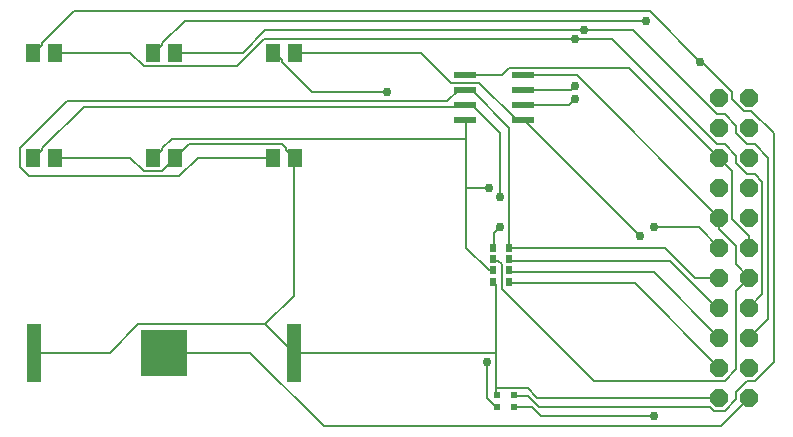
<source format=gbr>
G04 EAGLE Gerber RS-274X export*
G75*
%MOMM*%
%FSLAX34Y34*%
%LPD*%
%INTop Copper*%
%IPPOS*%
%AMOC8*
5,1,8,0,0,1.08239X$1,22.5*%
G01*
%ADD10P,1.649562X8X112.500000*%
%ADD11P,1.649562X8X292.500000*%
%ADD12R,1.300000X1.500000*%
%ADD13R,0.600000X0.550000*%
%ADD14R,0.600000X0.720000*%
%ADD15R,1.270000X5.000000*%
%ADD16R,4.000000X4.000000*%
%ADD17R,1.981200X0.558800*%
%ADD18C,0.152400*%
%ADD19C,0.756400*%


D10*
X647700Y342900D03*
X647700Y165100D03*
X647700Y139700D03*
X647700Y114300D03*
D11*
X673100Y292100D03*
X673100Y266700D03*
X673100Y241300D03*
X673100Y215900D03*
X673100Y190500D03*
X673100Y165100D03*
X673100Y139700D03*
X673100Y342900D03*
X673100Y114300D03*
D10*
X647700Y88900D03*
D11*
X673100Y88900D03*
D10*
X647700Y317500D03*
D11*
X673100Y317500D03*
D10*
X647700Y292100D03*
X647700Y266700D03*
X647700Y241300D03*
X647700Y215900D03*
X647700Y190500D03*
D12*
X269900Y381000D03*
X288900Y381000D03*
X168300Y381000D03*
X187300Y381000D03*
X66700Y381000D03*
X85700Y381000D03*
X269900Y292100D03*
X288900Y292100D03*
X168300Y292100D03*
X187300Y292100D03*
X66700Y292100D03*
X85700Y292100D03*
D13*
X459600Y81200D03*
X459600Y90700D03*
X473600Y90700D03*
X473600Y81200D03*
D14*
X469900Y215900D03*
X469900Y206200D03*
X469900Y196500D03*
X469900Y186800D03*
X455900Y215900D03*
X455900Y206200D03*
X455900Y196500D03*
X455900Y186800D03*
D15*
X67800Y127000D03*
X287800Y127000D03*
D16*
X177800Y127000D03*
D17*
X432562Y361950D03*
X432562Y349250D03*
X432562Y336550D03*
X432562Y323850D03*
X481838Y323850D03*
X481838Y336550D03*
X481838Y349250D03*
X481838Y361950D03*
D18*
X485775Y90488D02*
X474663Y90488D01*
X485775Y90488D02*
X495300Y80963D01*
X639763Y80963D01*
X642938Y77788D01*
X652463Y77788D01*
X661988Y87313D01*
X661988Y93663D01*
X671513Y103188D01*
X677863Y103188D01*
X693738Y119063D01*
X693738Y312738D01*
X674688Y331788D01*
X668338Y331788D01*
X658813Y341313D01*
X658813Y347663D01*
X633413Y373063D01*
X631825Y373063D01*
X474663Y90488D02*
X473600Y90700D01*
X74613Y387350D02*
X68263Y381000D01*
X74613Y387350D02*
X74613Y388938D01*
X101600Y415925D01*
X588963Y415925D01*
X631825Y373063D01*
X68263Y381000D02*
X66700Y381000D01*
D19*
X631825Y373063D03*
D18*
X488950Y80963D02*
X474663Y80963D01*
X488950Y80963D02*
X496888Y73025D01*
X592138Y73025D01*
X474663Y80963D02*
X473600Y81200D01*
X169863Y381000D02*
X176213Y387350D01*
X176213Y388938D01*
X195263Y407988D01*
X585788Y407988D01*
X169863Y381000D02*
X168300Y381000D01*
D19*
X592138Y73025D03*
X585788Y407988D03*
D18*
X458788Y82550D02*
X457200Y82550D01*
X450850Y88900D01*
X450850Y119063D01*
X458788Y82550D02*
X459600Y81200D01*
X277813Y374650D02*
X271463Y381000D01*
X277813Y374650D02*
X277813Y373063D01*
X303213Y347663D01*
X366713Y347663D01*
X271463Y381000D02*
X269900Y381000D01*
D19*
X450850Y119063D03*
X366713Y347663D03*
D18*
X481838Y361950D02*
X527050Y361950D01*
X647700Y241300D01*
X460375Y204788D02*
X457200Y204788D01*
X460375Y204788D02*
X463550Y201613D01*
X463550Y180975D01*
X541338Y103188D01*
X652463Y103188D01*
X661988Y112713D01*
X661988Y179388D01*
X673100Y190500D01*
X457200Y204788D02*
X455900Y206200D01*
X250825Y127000D02*
X177800Y127000D01*
X250825Y127000D02*
X312738Y65088D01*
X649288Y65088D01*
X673100Y88900D01*
X647700Y231775D02*
X647700Y241300D01*
X647700Y231775D02*
X661988Y217488D01*
X661988Y201613D01*
X673100Y190500D01*
X149225Y381000D02*
X85700Y381000D01*
X149225Y381000D02*
X160338Y369888D01*
X239713Y369888D01*
X261938Y392113D01*
X525463Y392113D02*
X557213Y392113D01*
X525463Y392113D02*
X261938Y392113D01*
X557213Y392113D02*
X646113Y303213D01*
X652463Y303213D01*
X661988Y293688D01*
X661988Y287338D01*
X671513Y277813D01*
X677863Y277813D01*
X684213Y271463D01*
X684213Y176213D01*
X673100Y165100D01*
X522288Y349250D02*
X481838Y349250D01*
X522288Y349250D02*
X525463Y352425D01*
D19*
X525463Y352425D03*
X525463Y392113D03*
D18*
X244475Y381000D02*
X187300Y381000D01*
X244475Y381000D02*
X263525Y400050D01*
X533400Y400050D02*
X574675Y400050D01*
X533400Y400050D02*
X263525Y400050D01*
X574675Y400050D02*
X646113Y328613D01*
X652463Y328613D01*
X661988Y319088D01*
X661988Y312738D01*
X671513Y303213D01*
X677863Y303213D01*
X688975Y292100D01*
X688975Y155575D01*
X673100Y139700D01*
X520700Y336550D02*
X481838Y336550D01*
X520700Y336550D02*
X525463Y341313D01*
D19*
X525463Y341313D03*
X533400Y400050D03*
D18*
X395288Y381000D02*
X288900Y381000D01*
X395288Y381000D02*
X420688Y355600D01*
X444500Y355600D01*
X476250Y323850D01*
X481838Y323850D01*
X482600Y323850D02*
X581025Y225425D01*
X482600Y323850D02*
X481838Y323850D01*
D19*
X581025Y225425D03*
D18*
X469900Y215900D02*
X469900Y317500D01*
X438150Y349250D01*
X432562Y349250D01*
X269900Y292100D02*
X206375Y292100D01*
X190500Y276225D01*
X63500Y276225D01*
X55563Y284163D01*
X55563Y300038D01*
X95250Y339725D01*
X417513Y339725D01*
X427038Y349250D01*
X432562Y349250D01*
X627063Y190500D02*
X647700Y190500D01*
X627063Y190500D02*
X601663Y215900D01*
X469900Y215900D01*
X469900Y204788D02*
X606425Y204788D01*
X646113Y165100D01*
X647700Y165100D01*
X469900Y204788D02*
X469900Y206200D01*
X74613Y298450D02*
X68263Y292100D01*
X74613Y298450D02*
X74613Y300038D01*
X109538Y334963D01*
X430213Y334963D01*
X431800Y336550D01*
X68263Y292100D02*
X66700Y292100D01*
X431800Y336550D02*
X432562Y336550D01*
X461963Y312738D02*
X461963Y258763D01*
X461963Y312738D02*
X438150Y336550D01*
X432562Y336550D01*
D19*
X461963Y258763D03*
D18*
X455613Y196850D02*
X452438Y196850D01*
X433388Y215900D01*
X433388Y307975D02*
X433388Y323850D01*
X433388Y307975D02*
X433388Y266700D01*
X433388Y215900D01*
X455613Y196850D02*
X455900Y196500D01*
X433388Y323850D02*
X432562Y323850D01*
X176213Y298450D02*
X169863Y292100D01*
X176213Y298450D02*
X176213Y300038D01*
X184150Y307975D01*
X433388Y307975D01*
X169863Y292100D02*
X168300Y292100D01*
X433388Y266700D02*
X452438Y266700D01*
D19*
X452438Y266700D03*
D18*
X463550Y361950D02*
X432562Y361950D01*
X463550Y361950D02*
X469900Y368300D01*
X571500Y368300D01*
X647700Y292100D01*
X673100Y225425D02*
X673100Y215900D01*
X673100Y225425D02*
X658813Y239713D01*
X658813Y280988D01*
X647700Y292100D01*
X149225Y292100D02*
X85700Y292100D01*
X149225Y292100D02*
X160338Y280988D01*
X176213Y280988D01*
X187325Y292100D01*
X280988Y298450D02*
X287338Y292100D01*
X280988Y298450D02*
X280988Y300038D01*
X277813Y303213D01*
X198438Y303213D01*
X187325Y292100D01*
X187300Y292100D01*
X458788Y184150D02*
X458788Y127000D01*
X458788Y96838D01*
X458788Y92075D01*
X458788Y184150D02*
X457200Y185738D01*
X458788Y92075D02*
X459600Y90700D01*
X457200Y185738D02*
X455900Y186800D01*
X458788Y127000D02*
X287800Y127000D01*
X131763Y127000D02*
X67800Y127000D01*
X131763Y127000D02*
X155575Y150813D01*
X263525Y150813D01*
X287338Y127000D01*
X287800Y127000D01*
X287338Y174625D02*
X287338Y292100D01*
X287338Y174625D02*
X263525Y150813D01*
X287338Y292100D02*
X288900Y292100D01*
X493713Y88900D02*
X647700Y88900D01*
X493713Y88900D02*
X485775Y96838D01*
X458788Y96838D01*
X457200Y215900D02*
X457200Y228600D01*
X461963Y233363D01*
X592138Y233363D02*
X630238Y233363D01*
X647700Y215900D01*
X457200Y215900D02*
X455900Y215900D01*
D19*
X461963Y233363D03*
X592138Y233363D03*
D18*
X592138Y195263D02*
X469900Y195263D01*
X592138Y195263D02*
X647700Y139700D01*
X469900Y195263D02*
X469900Y196500D01*
X469900Y185738D02*
X576263Y185738D01*
X647700Y114300D01*
X469900Y185738D02*
X469900Y186800D01*
M02*

</source>
